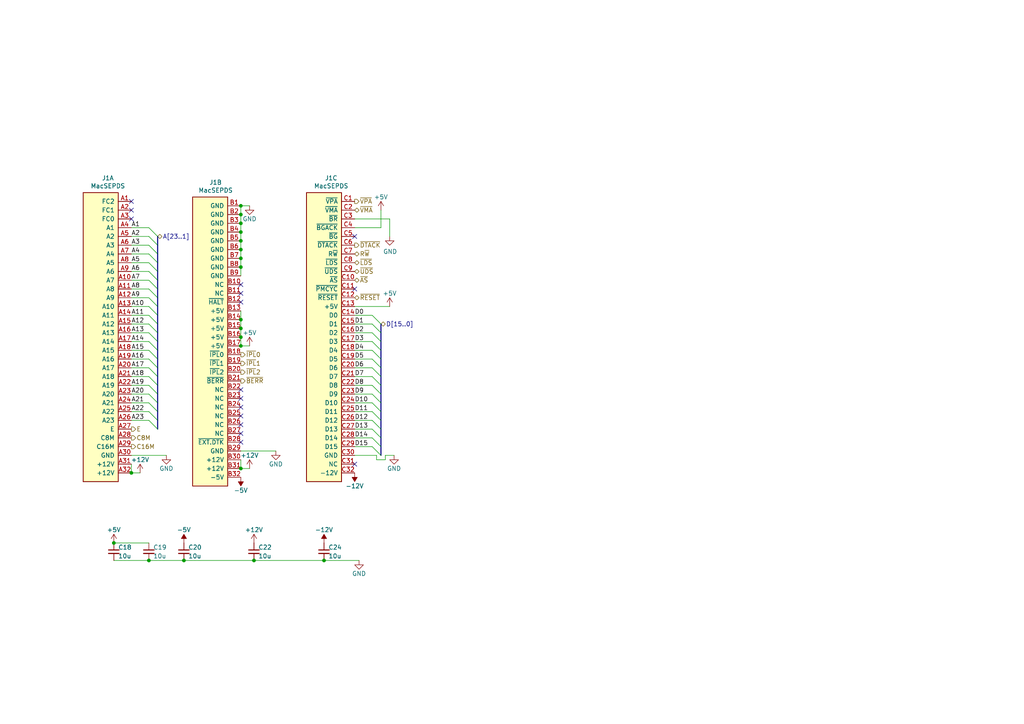
<source format=kicad_sch>
(kicad_sch (version 20211123) (generator eeschema)
  (paper "A4")
  (lib_symbols
    (symbol "Device:C_Small" (pin_numbers hide) (pin_names (offset 0.254) hide)
      (property "Reference" "C" (at 0.254 1.778 0))
      (property "Value" "C_Small" (at 0.254 -2.032 0))
      (symbol "C_Small_0_1"
        (polyline (pts (xy -1.524 -0.508) (xy 1.524 -0.508)) (stroke (width 0.3302)))
        (polyline (pts (xy -1.524 0.508) (xy 1.524 0.508)) (stroke (width 0.3048)))
      )
      (symbol "C_Small_1_1"
        (pin passive line (at 0 2.54 270) (length 2.032) (name "~") (number "1"))
        (pin passive line (at 0 -2.54 90) (length 2.032) (name "~") (number "2"))
      )
    )
    (symbol "GW_Connector:MacSEPDS" (pin_names (offset 1.016))
      (property "Reference" "J" (at 0 45.72 0))
      (property "Value" "MacSEPDS" (at 0 -40.64 0))
      (symbol "MacSEPDS_0_1"
        (rectangle (start 0 44.45) (end -10.16 -39.37) (stroke (width 0.254)) (fill (type background)))
      )
      (symbol "MacSEPDS_1_1"
        (pin unspecified line (at 3.81 41.91 180) (length 3.81) (name "FC2") (number "A1"))
        (pin unspecified line (at 3.81 19.05 180) (length 3.81) (name "A7") (number "A10"))
        (pin unspecified line (at 3.81 16.51 180) (length 3.81) (name "A8") (number "A11"))
        (pin unspecified line (at 3.81 13.97 180) (length 3.81) (name "A9") (number "A12"))
        (pin unspecified line (at 3.81 11.43 180) (length 3.81) (name "A10") (number "A13"))
        (pin unspecified line (at 3.81 8.89 180) (length 3.81) (name "A11") (number "A14"))
        (pin unspecified line (at 3.81 6.35 180) (length 3.81) (name "A12") (number "A15"))
        (pin unspecified line (at 3.81 3.81 180) (length 3.81) (name "A13") (number "A16"))
        (pin unspecified line (at 3.81 1.27 180) (length 3.81) (name "A14") (number "A17"))
        (pin unspecified line (at 3.81 -1.27 180) (length 3.81) (name "A15") (number "A18"))
        (pin unspecified line (at 3.81 -3.81 180) (length 3.81) (name "A16") (number "A19"))
        (pin unspecified line (at 3.81 39.37 180) (length 3.81) (name "FC1") (number "A2"))
        (pin unspecified line (at 3.81 -6.35 180) (length 3.81) (name "A17") (number "A20"))
        (pin unspecified line (at 3.81 -8.89 180) (length 3.81) (name "A18") (number "A21"))
        (pin unspecified line (at 3.81 -11.43 180) (length 3.81) (name "A19") (number "A22"))
        (pin unspecified line (at 3.81 -13.97 180) (length 3.81) (name "A20") (number "A23"))
        (pin unspecified line (at 3.81 -16.51 180) (length 3.81) (name "A21") (number "A24"))
        (pin unspecified line (at 3.81 -19.05 180) (length 3.81) (name "A22") (number "A25"))
        (pin unspecified line (at 3.81 -21.59 180) (length 3.81) (name "A23") (number "A26"))
        (pin unspecified line (at 3.81 -24.13 180) (length 3.81) (name "E") (number "A27"))
        (pin unspecified line (at 3.81 -26.67 180) (length 3.81) (name "C8M") (number "A28"))
        (pin unspecified line (at 3.81 -29.21 180) (length 3.81) (name "C16M") (number "A29"))
        (pin unspecified line (at 3.81 36.83 180) (length 3.81) (name "FC0") (number "A3"))
        (pin unspecified line (at 3.81 -31.75 180) (length 3.81) (name "GND") (number "A30"))
        (pin unspecified line (at 3.81 -34.29 180) (length 3.81) (name "+12V") (number "A31"))
        (pin unspecified line (at 3.81 -36.83 180) (length 3.81) (name "+12V") (number "A32"))
        (pin unspecified line (at 3.81 34.29 180) (length 3.81) (name "A1") (number "A4"))
        (pin unspecified line (at 3.81 31.75 180) (length 3.81) (name "A2") (number "A5"))
        (pin unspecified line (at 3.81 29.21 180) (length 3.81) (name "A3") (number "A6"))
        (pin unspecified line (at 3.81 26.67 180) (length 3.81) (name "A4") (number "A7"))
        (pin unspecified line (at 3.81 24.13 180) (length 3.81) (name "A5") (number "A8"))
        (pin unspecified line (at 3.81 21.59 180) (length 3.81) (name "A6") (number "A9"))
      )
      (symbol "MacSEPDS_2_1"
        (pin unspecified line (at 3.81 41.91 180) (length 3.81) (name "GND") (number "B1"))
        (pin unspecified line (at 3.81 19.05 180) (length 3.81) (name "NC") (number "B10"))
        (pin unspecified line (at 3.81 16.51 180) (length 3.81) (name "NC") (number "B11"))
        (pin unspecified line (at 3.81 13.97 180) (length 3.81) (name "~{HALT}") (number "B12"))
        (pin unspecified line (at 3.81 11.43 180) (length 3.81) (name "+5V") (number "B13"))
        (pin unspecified line (at 3.81 8.89 180) (length 3.81) (name "+5V") (number "B14"))
        (pin unspecified line (at 3.81 6.35 180) (length 3.81) (name "+5V") (number "B15"))
        (pin unspecified line (at 3.81 3.81 180) (length 3.81) (name "+5V") (number "B16"))
        (pin unspecified line (at 3.81 1.27 180) (length 3.81) (name "+5V") (number "B17"))
        (pin unspecified line (at 3.81 -1.27 180) (length 3.81) (name "~{IPL}0") (number "B18"))
        (pin unspecified line (at 3.81 -3.81 180) (length 3.81) (name "~{IPL}1") (number "B19"))
        (pin unspecified line (at 3.81 39.37 180) (length 3.81) (name "GND") (number "B2"))
        (pin unspecified line (at 3.81 -6.35 180) (length 3.81) (name "~{IPL}2") (number "B20"))
        (pin unspecified line (at 3.81 -8.89 180) (length 3.81) (name "~{BERR}") (number "B21"))
        (pin unspecified line (at 3.81 -11.43 180) (length 3.81) (name "NC") (number "B22"))
        (pin unspecified line (at 3.81 -13.97 180) (length 3.81) (name "NC") (number "B23"))
        (pin unspecified line (at 3.81 -16.51 180) (length 3.81) (name "NC") (number "B24"))
        (pin unspecified line (at 3.81 -19.05 180) (length 3.81) (name "NC") (number "B25"))
        (pin unspecified line (at 3.81 -21.59 180) (length 3.81) (name "NC") (number "B26"))
        (pin unspecified line (at 3.81 -24.13 180) (length 3.81) (name "NC") (number "B27"))
        (pin unspecified line (at 3.81 -26.67 180) (length 3.81) (name "~{EXT.DTK}") (number "B28"))
        (pin unspecified line (at 3.81 -29.21 180) (length 3.81) (name "GND") (number "B29"))
        (pin unspecified line (at 3.81 36.83 180) (length 3.81) (name "GND") (number "B3"))
        (pin unspecified line (at 3.81 -31.75 180) (length 3.81) (name "+12V") (number "B30"))
        (pin unspecified line (at 3.81 -34.29 180) (length 3.81) (name "+12V") (number "B31"))
        (pin unspecified line (at 3.81 -36.83 180) (length 3.81) (name "-5V") (number "B32"))
        (pin unspecified line (at 3.81 34.29 180) (length 3.81) (name "GND") (number "B4"))
        (pin unspecified line (at 3.81 31.75 180) (length 3.81) (name "GND") (number "B5"))
        (pin unspecified line (at 3.81 29.21 180) (length 3.81) (name "GND") (number "B6"))
        (pin unspecified line (at 3.81 26.67 180) (length 3.81) (name "GND") (number "B7"))
        (pin unspecified line (at 3.81 24.13 180) (length 3.81) (name "GND") (number "B8"))
        (pin unspecified line (at 3.81 21.59 180) (length 3.81) (name "GND") (number "B9"))
      )
      (symbol "MacSEPDS_3_1"
        (pin unspecified line (at 3.81 41.91 180) (length 3.81) (name "~{VPA}") (number "C1"))
        (pin unspecified line (at 3.81 19.05 180) (length 3.81) (name "~{AS}") (number "C10"))
        (pin unspecified line (at 3.81 16.51 180) (length 3.81) (name "~{PMCYC}") (number "C11"))
        (pin unspecified line (at 3.81 13.97 180) (length 3.81) (name "~{RESET}") (number "C12"))
        (pin unspecified line (at 3.81 11.43 180) (length 3.81) (name "+5V") (number "C13"))
        (pin unspecified line (at 3.81 8.89 180) (length 3.81) (name "D0") (number "C14"))
        (pin unspecified line (at 3.81 6.35 180) (length 3.81) (name "D1") (number "C15"))
        (pin unspecified line (at 3.81 3.81 180) (length 3.81) (name "D2") (number "C16"))
        (pin unspecified line (at 3.81 1.27 180) (length 3.81) (name "D3") (number "C17"))
        (pin unspecified line (at 3.81 -1.27 180) (length 3.81) (name "D4") (number "C18"))
        (pin unspecified line (at 3.81 -3.81 180) (length 3.81) (name "D5") (number "C19"))
        (pin unspecified line (at 3.81 39.37 180) (length 3.81) (name "~{VMA}") (number "C2"))
        (pin unspecified line (at 3.81 -6.35 180) (length 3.81) (name "D6") (number "C20"))
        (pin unspecified line (at 3.81 -8.89 180) (length 3.81) (name "D7") (number "C21"))
        (pin unspecified line (at 3.81 -11.43 180) (length 3.81) (name "D8") (number "C22"))
        (pin unspecified line (at 3.81 -13.97 180) (length 3.81) (name "D9") (number "C23"))
        (pin unspecified line (at 3.81 -16.51 180) (length 3.81) (name "D10") (number "C24"))
        (pin unspecified line (at 3.81 -19.05 180) (length 3.81) (name "D11") (number "C25"))
        (pin unspecified line (at 3.81 -21.59 180) (length 3.81) (name "D12") (number "C26"))
        (pin unspecified line (at 3.81 -24.13 180) (length 3.81) (name "D13") (number "C27"))
        (pin unspecified line (at 3.81 -26.67 180) (length 3.81) (name "D14") (number "C28"))
        (pin unspecified line (at 3.81 -29.21 180) (length 3.81) (name "D15") (number "C29"))
        (pin unspecified line (at 3.81 36.83 180) (length 3.81) (name "~{BR}") (number "C3"))
        (pin unspecified line (at 3.81 -31.75 180) (length 3.81) (name "GND") (number "C30"))
        (pin unspecified line (at 3.81 -34.29 180) (length 3.81) (name "NC") (number "C31"))
        (pin unspecified line (at 3.81 -36.83 180) (length 3.81) (name "-12V") (number "C32"))
        (pin unspecified line (at 3.81 34.29 180) (length 3.81) (name "~{BGACK}") (number "C4"))
        (pin unspecified line (at 3.81 31.75 180) (length 3.81) (name "~{BG}") (number "C5"))
        (pin unspecified line (at 3.81 29.21 180) (length 3.81) (name "~{DTACK}") (number "C6"))
        (pin unspecified line (at 3.81 26.67 180) (length 3.81) (name "R~{W}") (number "C7"))
        (pin unspecified line (at 3.81 24.13 180) (length 3.81) (name "~{LDS}") (number "C8"))
        (pin unspecified line (at 3.81 21.59 180) (length 3.81) (name "~{UDS}") (number "C9"))
      )
    )
    (symbol "power:+12V" (power) (pin_names (offset 0))
      (property "Value" "+12V" (at 0 3.556 0))
      (symbol "+12V_0_1"
        (polyline (pts (xy -0.762 1.27) (xy 0 2.54)))
        (polyline (pts (xy 0 0) (xy 0 2.54)))
        (polyline (pts (xy 0 2.54) (xy 0.762 1.27)))
      )
      (symbol "+12V_1_1"
        (pin power_in line (at 0 0 90) (length 0) hide (name "+12V") (number "1"))
      )
    )
    (symbol "power:+5V" (power) (pin_names (offset 0))
      (property "Value" "+5V" (at 0 3.556 0))
      (symbol "+5V_0_1"
        (polyline (pts (xy -0.762 1.27) (xy 0 2.54)))
        (polyline (pts (xy 0 0) (xy 0 2.54)))
        (polyline (pts (xy 0 2.54) (xy 0.762 1.27)))
      )
      (symbol "+5V_1_1"
        (pin power_in line (at 0 0 90) (length 0) hide (name "+5V") (number "1"))
      )
    )
    (symbol "power:-12V" (power) (pin_names (offset 0))
      (property "Value" "-12V" (at 0 3.81 0))
      (symbol "-12V_0_0"
        (pin power_in line (at 0 0 90) (length 0) hide (name "-12V") (number "1"))
      )
      (symbol "-12V_0_1"
        (polyline (pts (xy 0 0) (xy 0 1.27) (xy 0.762 1.27) (xy 0 2.54) (xy -0.762 1.27) (xy 0 1.27)) (fill (type outline)))
      )
    )
    (symbol "power:-5V" (power) (pin_names (offset 0))
      (property "Value" "-5V" (at 0 3.81 0))
      (symbol "-5V_0_0"
        (pin power_in line (at 0 0 90) (length 0) hide (name "-5V") (number "1"))
      )
      (symbol "-5V_0_1"
        (polyline (pts (xy 0 0) (xy 0 1.27) (xy 0.762 1.27) (xy 0 2.54) (xy -0.762 1.27) (xy 0 1.27)) (fill (type outline)))
      )
    )
    (symbol "power:GND" (power) (pin_names (offset 0))
      (property "Value" "GND" (at 0 -3.81 0))
      (symbol "GND_0_1"
        (polyline (pts (xy 0 0) (xy 0 -1.27) (xy 1.27 -1.27) (xy 0 -2.54) (xy -1.27 -1.27) (xy 0 -1.27)))
      )
      (symbol "GND_1_1"
        (pin power_in line (at 0 0 270) (length 0) hide (name "GND") (number "1"))
      )
    )
  )
  (junction (at 69.85 92.71))
  (junction (at 69.85 59.69))
  (junction (at 69.85 62.23))
  (junction (at 69.85 69.85))
  (junction (at 33.02 157.48))
  (junction (at 69.85 100.33))
  (junction (at 69.85 135.89))
  (junction (at 69.85 95.25))
  (junction (at 93.98 162.56))
  (junction (at 69.85 67.31))
  (junction (at 38.1 137.16))
  (junction (at 73.66 162.56))
  (junction (at 43.18 162.56))
  (junction (at 69.85 64.77))
  (junction (at 53.34 162.56))
  (junction (at 69.85 72.39))
  (junction (at 69.85 74.93))
  (junction (at 69.85 97.79))
  (junction (at 69.85 77.47))
  (no_connect (at 69.85 85.09))
  (no_connect (at 69.85 82.55))
  (no_connect (at 69.85 123.19))
  (no_connect (at 69.85 118.11))
  (no_connect (at 38.1 60.96))
  (no_connect (at 69.85 120.65))
  (no_connect (at 38.1 63.5))
  (no_connect (at 102.87 68.58))
  (no_connect (at 69.85 87.63))
  (no_connect (at 69.85 125.73))
  (no_connect (at 38.1 58.42))
  (no_connect (at 102.87 134.62))
  (no_connect (at 69.85 128.27))
  (no_connect (at 69.85 113.03))
  (no_connect (at 69.85 115.57))
  (no_connect (at 102.87 83.82))
  (bus_entry (at 43.18 73.66) (size 2.54 2.54))
  (bus_entry (at 107.95 121.92) (size 2.54 2.54))
  (bus_entry (at 107.95 91.44) (size 2.54 2.54))
  (bus_entry (at 107.95 119.38) (size 2.54 2.54))
  (bus_entry (at 107.95 114.3) (size 2.54 2.54))
  (bus_entry (at 43.18 68.58) (size 2.54 2.54))
  (bus_entry (at 43.18 99.06) (size 2.54 2.54))
  (bus_entry (at 107.95 111.76) (size 2.54 2.54))
  (bus_entry (at 107.95 129.54) (size 2.54 2.54))
  (bus_entry (at 43.18 76.2) (size 2.54 2.54))
  (bus_entry (at 43.18 111.76) (size 2.54 2.54))
  (bus_entry (at 43.18 83.82) (size 2.54 2.54))
  (bus_entry (at 43.18 121.92) (size 2.54 2.54))
  (bus_entry (at 107.95 127) (size 2.54 2.54))
  (bus_entry (at 43.18 78.74) (size 2.54 2.54))
  (bus_entry (at 43.18 66.04) (size 2.54 2.54))
  (bus_entry (at 43.18 91.44) (size 2.54 2.54))
  (bus_entry (at 107.95 101.6) (size 2.54 2.54))
  (bus_entry (at 43.18 114.3) (size 2.54 2.54))
  (bus_entry (at 43.18 81.28) (size 2.54 2.54))
  (bus_entry (at 43.18 71.12) (size 2.54 2.54))
  (bus_entry (at 107.95 99.06) (size 2.54 2.54))
  (bus_entry (at 107.95 93.98) (size 2.54 2.54))
  (bus_entry (at 43.18 116.84) (size 2.54 2.54))
  (bus_entry (at 107.95 106.68) (size 2.54 2.54))
  (bus_entry (at 43.18 101.6) (size 2.54 2.54))
  (bus_entry (at 43.18 104.14) (size 2.54 2.54))
  (bus_entry (at 43.18 109.22) (size 2.54 2.54))
  (bus_entry (at 107.95 96.52) (size 2.54 2.54))
  (bus_entry (at 43.18 93.98) (size 2.54 2.54))
  (bus_entry (at 107.95 109.22) (size 2.54 2.54))
  (bus_entry (at 107.95 124.46) (size 2.54 2.54))
  (bus_entry (at 43.18 86.36) (size 2.54 2.54))
  (bus_entry (at 107.95 116.84) (size 2.54 2.54))
  (bus_entry (at 43.18 96.52) (size 2.54 2.54))
  (bus_entry (at 107.95 104.14) (size 2.54 2.54))
  (bus_entry (at 43.18 119.38) (size 2.54 2.54))
  (bus_entry (at 43.18 106.68) (size 2.54 2.54))
  (bus_entry (at 43.18 88.9) (size 2.54 2.54))
  (wire (pts (xy 69.85 69.85) (xy 69.85 67.31)))
  (wire (pts (xy 38.1 109.22) (xy 43.18 109.22)))
  (bus (pts (xy 45.72 68.58) (xy 45.72 71.12)))
  (wire (pts (xy 102.87 116.84) (xy 107.95 116.84)))
  (bus (pts (xy 110.49 109.22) (xy 110.49 111.76)))
  (wire (pts (xy 40.64 137.16) (xy 38.1 137.16)))
  (bus (pts (xy 110.49 106.68) (xy 110.49 109.22)))
  (wire (pts (xy 102.87 99.06) (xy 107.95 99.06)))
  (bus (pts (xy 45.72 86.36) (xy 45.72 88.9)))
  (bus (pts (xy 45.72 121.92) (xy 45.72 124.46)))
  (wire (pts (xy 69.85 95.25) (xy 69.85 97.79)))
  (bus (pts (xy 45.72 111.76) (xy 45.72 114.3)))
  (bus (pts (xy 110.49 129.54) (xy 110.49 132.08)))
  (bus (pts (xy 45.72 71.12) (xy 45.72 73.66)))
  (wire (pts (xy 38.1 78.74) (xy 43.18 78.74)))
  (wire (pts (xy 69.85 67.31) (xy 69.85 64.77)))
  (bus (pts (xy 110.49 111.76) (xy 110.49 114.3)))
  (bus (pts (xy 45.72 76.2) (xy 45.72 78.74)))
  (wire (pts (xy 102.87 106.68) (xy 107.95 106.68)))
  (wire (pts (xy 69.85 62.23) (xy 69.85 59.69)))
  (wire (pts (xy 102.87 91.44) (xy 107.95 91.44)))
  (bus (pts (xy 110.49 114.3) (xy 110.49 116.84)))
  (wire (pts (xy 43.18 162.56) (xy 53.34 162.56)))
  (wire (pts (xy 38.1 106.68) (xy 43.18 106.68)))
  (bus (pts (xy 45.72 73.66) (xy 45.72 76.2)))
  (bus (pts (xy 45.72 114.3) (xy 45.72 116.84)))
  (bus (pts (xy 45.72 109.22) (xy 45.72 111.76)))
  (wire (pts (xy 33.02 157.48) (xy 43.18 157.48)))
  (wire (pts (xy 38.1 73.66) (xy 43.18 73.66)))
  (bus (pts (xy 45.72 96.52) (xy 45.72 99.06)))
  (wire (pts (xy 102.87 109.22) (xy 107.95 109.22)))
  (wire (pts (xy 113.03 63.5) (xy 113.03 68.58)))
  (wire (pts (xy 102.87 93.98) (xy 107.95 93.98)))
  (bus (pts (xy 45.72 78.74) (xy 45.72 81.28)))
  (wire (pts (xy 111.76 133.35) (xy 111.76 132.08)))
  (wire (pts (xy 38.1 114.3) (xy 43.18 114.3)))
  (wire (pts (xy 102.87 111.76) (xy 107.95 111.76)))
  (bus (pts (xy 45.72 101.6) (xy 45.72 104.14)))
  (wire (pts (xy 38.1 101.6) (xy 43.18 101.6)))
  (wire (pts (xy 69.85 72.39) (xy 69.85 69.85)))
  (wire (pts (xy 111.76 132.08) (xy 114.3 132.08)))
  (wire (pts (xy 38.1 66.04) (xy 43.18 66.04)))
  (wire (pts (xy 38.1 121.92) (xy 43.18 121.92)))
  (wire (pts (xy 38.1 76.2) (xy 43.18 76.2)))
  (wire (pts (xy 48.26 132.08) (xy 38.1 132.08)))
  (bus (pts (xy 110.49 96.52) (xy 110.49 99.06)))
  (wire (pts (xy 69.85 80.01) (xy 69.85 77.47)))
  (wire (pts (xy 69.85 64.77) (xy 69.85 62.23)))
  (bus (pts (xy 110.49 99.06) (xy 110.49 101.6)))
  (bus (pts (xy 45.72 99.06) (xy 45.72 101.6)))
  (bus (pts (xy 45.72 119.38) (xy 45.72 121.92)))
  (wire (pts (xy 93.98 162.56) (xy 104.14 162.56)))
  (wire (pts (xy 102.87 88.9) (xy 113.03 88.9)))
  (wire (pts (xy 102.87 132.08) (xy 109.22 132.08)))
  (wire (pts (xy 102.87 124.46) (xy 107.95 124.46)))
  (wire (pts (xy 102.87 96.52) (xy 107.95 96.52)))
  (bus (pts (xy 110.49 119.38) (xy 110.49 121.92)))
  (wire (pts (xy 102.87 63.5) (xy 113.03 63.5)))
  (wire (pts (xy 38.1 119.38) (xy 43.18 119.38)))
  (bus (pts (xy 110.49 127) (xy 110.49 129.54)))
  (wire (pts (xy 102.87 114.3) (xy 107.95 114.3)))
  (wire (pts (xy 102.87 101.6) (xy 107.95 101.6)))
  (wire (pts (xy 109.22 133.35) (xy 111.76 133.35)))
  (bus (pts (xy 45.72 83.82) (xy 45.72 86.36)))
  (bus (pts (xy 110.49 104.14) (xy 110.49 106.68)))
  (wire (pts (xy 102.87 129.54) (xy 107.95 129.54)))
  (wire (pts (xy 69.85 133.35) (xy 69.85 135.89)))
  (wire (pts (xy 38.1 91.44) (xy 43.18 91.44)))
  (bus (pts (xy 45.72 93.98) (xy 45.72 96.52)))
  (wire (pts (xy 102.87 66.04) (xy 110.49 66.04)))
  (wire (pts (xy 102.87 127) (xy 107.95 127)))
  (bus (pts (xy 110.49 124.46) (xy 110.49 127)))
  (wire (pts (xy 69.85 92.71) (xy 69.85 95.25)))
  (wire (pts (xy 38.1 116.84) (xy 43.18 116.84)))
  (wire (pts (xy 109.22 132.08) (xy 109.22 133.35)))
  (wire (pts (xy 102.87 119.38) (xy 107.95 119.38)))
  (wire (pts (xy 38.1 81.28) (xy 43.18 81.28)))
  (wire (pts (xy 69.85 77.47) (xy 69.85 74.93)))
  (bus (pts (xy 45.72 88.9) (xy 45.72 91.44)))
  (wire (pts (xy 38.1 104.14) (xy 43.18 104.14)))
  (wire (pts (xy 38.1 96.52) (xy 43.18 96.52)))
  (wire (pts (xy 38.1 111.76) (xy 43.18 111.76)))
  (bus (pts (xy 110.49 93.98) (xy 110.49 96.52)))
  (wire (pts (xy 69.85 74.93) (xy 69.85 72.39)))
  (wire (pts (xy 33.02 162.56) (xy 43.18 162.56)))
  (bus (pts (xy 45.72 104.14) (xy 45.72 106.68)))
  (wire (pts (xy 72.39 59.69) (xy 69.85 59.69)))
  (wire (pts (xy 38.1 86.36) (xy 43.18 86.36)))
  (bus (pts (xy 45.72 81.28) (xy 45.72 83.82)))
  (wire (pts (xy 38.1 68.58) (xy 43.18 68.58)))
  (wire (pts (xy 102.87 121.92) (xy 107.95 121.92)))
  (wire (pts (xy 80.01 130.81) (xy 69.85 130.81)))
  (bus (pts (xy 110.49 101.6) (xy 110.49 104.14)))
  (wire (pts (xy 69.85 97.79) (xy 69.85 100.33)))
  (wire (pts (xy 38.1 83.82) (xy 43.18 83.82)))
  (wire (pts (xy 38.1 93.98) (xy 43.18 93.98)))
  (wire (pts (xy 53.34 162.56) (xy 73.66 162.56)))
  (bus (pts (xy 110.49 116.84) (xy 110.49 119.38)))
  (wire (pts (xy 69.85 90.17) (xy 69.85 92.71)))
  (bus (pts (xy 45.72 106.68) (xy 45.72 109.22)))
  (wire (pts (xy 102.87 104.14) (xy 107.95 104.14)))
  (wire (pts (xy 38.1 71.12) (xy 43.18 71.12)))
  (bus (pts (xy 45.72 91.44) (xy 45.72 93.98)))
  (bus (pts (xy 45.72 116.84) (xy 45.72 119.38)))
  (wire (pts (xy 72.39 100.33) (xy 69.85 100.33)))
  (wire (pts (xy 72.39 135.89) (xy 69.85 135.89)))
  (wire (pts (xy 38.1 88.9) (xy 43.18 88.9)))
  (wire (pts (xy 73.66 162.56) (xy 93.98 162.56)))
  (bus (pts (xy 110.49 121.92) (xy 110.49 124.46)))
  (wire (pts (xy 110.49 66.04) (xy 110.49 60.96)))
  (wire (pts (xy 38.1 137.16) (xy 38.1 134.62)))
  (wire (pts (xy 38.1 99.06) (xy 43.18 99.06)))
  (label "A21" (at 38.1 116.84 0))
  (label "A3" (at 38.1 71.12 0))
  (label "D12" (at 102.87 121.92 0))
  (label "A11" (at 38.1 91.44 0))
  (label "D7" (at 102.87 109.22 0))
  (label "A15" (at 38.1 101.6 0))
  (label "A20" (at 38.1 114.3 0))
  (label "A16" (at 38.1 104.14 0))
  (label "D9" (at 102.87 114.3 0))
  (label "A23" (at 38.1 121.92 0))
  (label "A18" (at 38.1 109.22 0))
  (label "A7" (at 38.1 81.28 0))
  (label "D2" (at 102.87 96.52 0))
  (label "A4" (at 38.1 73.66 0))
  (label "A8" (at 38.1 83.82 0))
  (label "A22" (at 38.1 119.38 0))
  (label "D6" (at 102.87 106.68 0))
  (label "A17" (at 38.1 106.68 0))
  (label "D5" (at 102.87 104.14 0))
  (label "A14" (at 38.1 99.06 0))
  (label "D1" (at 102.87 93.98 0))
  (label "D15" (at 102.87 129.54 0))
  (label "A5" (at 38.1 76.2 0))
  (label "D0" (at 102.87 91.44 0))
  (label "A6" (at 38.1 78.74 0))
  (label "A10" (at 38.1 88.9 0))
  (label "D14" (at 102.87 127 0))
  (label "A9" (at 38.1 86.36 0))
  (label "D8" (at 102.87 111.76 0))
  (label "A13" (at 38.1 96.52 0))
  (label "D3" (at 102.87 99.06 0))
  (label "D4" (at 102.87 101.6 0))
  (label "D10" (at 102.87 116.84 0))
  (label "A1" (at 38.1 66.04 0))
  (label "A12" (at 38.1 93.98 0))
  (label "D13" (at 102.87 124.46 0))
  (label "A19" (at 38.1 111.76 0))
  (label "D11" (at 102.87 119.38 0))
  (label "A2" (at 38.1 68.58 0))
  (hierarchical_label "E" (shape output) (at 38.1 124.46 0))
  (hierarchical_label "~{IPL}2" (shape output) (at 69.85 107.95 0))
  (hierarchical_label "C8M" (shape output) (at 38.1 127 0))
  (hierarchical_label "R~{W}" (shape bidirectional) (at 102.87 73.66 0))
  (hierarchical_label "~{AS}" (shape bidirectional) (at 102.87 81.28 0))
  (hierarchical_label "~{VMA}" (shape bidirectional) (at 102.87 60.96 0))
  (hierarchical_label "~{IPL}1" (shape output) (at 69.85 105.41 0))
  (hierarchical_label "~{UDS}" (shape bidirectional) (at 102.87 78.74 0))
  (hierarchical_label "~{RESET}" (shape bidirectional) (at 102.87 86.36 0))
  (hierarchical_label "A[23..1]" (shape bidirectional) (at 45.72 68.58 0))
  (hierarchical_label "C16M" (shape output) (at 38.1 129.54 0))
  (hierarchical_label "D[15..0]" (shape bidirectional) (at 110.49 93.98 0))
  (hierarchical_label "~{BERR}" (shape output) (at 69.85 110.49 0))
  (hierarchical_label "~{IPL}0" (shape output) (at 69.85 102.87 0))
  (hierarchical_label "~{DTACK}" (shape output) (at 102.87 71.12 0))
  (hierarchical_label "~{VPA}" (shape output) (at 102.87 58.42 0))
  (hierarchical_label "~{LDS}" (shape bidirectional) (at 102.87 76.2 0))
  (symbol (lib_id "GW_Connector:MacSEPDS") (at 34.29 100.33 0) (unit 1)
    (property "Reference" "J1" (at 31.2928 51.6382 0))
    (property "Value" "MacSEPDS" (at 31.2928 53.9496 0))
    (property "Footprint" "stdpads:DIN41612_R_3x32_Male_Vertical_THT" (effects hide))
  )
  (symbol (lib_id "GW_Connector:MacSEPDS") (at 66.04 101.6 0) (unit 2)
    (property "Reference" "J1" (at 62.5348 52.9082 0))
    (property "Value" "MacSEPDS" (at 62.5348 55.2196 0))
    (property "Footprint" "stdpads:DIN41612_R_3x32_Male_Vertical_THT" (effects hide))
  )
  (symbol (lib_id "GW_Connector:MacSEPDS") (at 99.06 100.33 0) (unit 3)
    (property "Reference" "J1" (at 96.0628 51.6382 0))
    (property "Value" "MacSEPDS" (at 96.0628 53.9496 0))
    (property "Footprint" "stdpads:DIN41612_R_3x32_Male_Vertical_THT" (effects hide))
  )
  (symbol (lib_id "power:+5V") (at 72.39 100.33 0) (unit 1)
    (property "Reference" "#PWR0143" (effects hide))
    (property "Value" "+5V" (at 72.39 96.52 0))
  )
  (symbol (lib_id "power:GND") (at 72.39 59.69 0) (unit 1)
    (property "Reference" "#PWR0144" (effects hide))
    (property "Value" "GND" (at 72.39 63.5 0))
  )
  (symbol (lib_id "power:GND") (at 114.3 132.08 0) (unit 1)
    (property "Reference" "#PWR0146" (effects hide))
    (property "Value" "GND" (at 114.3 135.89 0))
  )
  (symbol (lib_id "power:GND") (at 48.26 132.08 0) (unit 1)
    (property "Reference" "#PWR0147" (effects hide))
    (property "Value" "GND" (at 48.26 135.89 0))
  )
  (symbol (lib_id "power:+5V") (at 113.03 88.9 0) (unit 1)
    (property "Reference" "#PWR0148" (effects hide))
    (property "Value" "+5V" (at 113.03 85.09 0))
  )
  (symbol (lib_id "power:GND") (at 80.01 130.81 0) (unit 1)
    (property "Reference" "#PWR0149" (effects hide))
    (property "Value" "GND" (at 80.01 134.62 0))
  )
  (symbol (lib_id "Device:C_Small") (at 53.34 160.02 0) (unit 1)
    (property "Reference" "C20" (at 54.61 158.75 0) (effects (justify left)))
    (property "Value" "10u" (at 54.61 161.29 0) (effects (justify left)))
    (property "Footprint" "stdpads:C_0805" (effects hide))
    (property "LCSC Part" "C15850" (effects hide))
  )
  (symbol (lib_id "Device:C_Small") (at 43.18 160.02 0) (unit 1)
    (property "Reference" "C19" (at 44.45 158.75 0) (effects (justify left)))
    (property "Value" "10u" (at 44.45 161.29 0) (effects (justify left)))
    (property "Footprint" "stdpads:C_0805" (effects hide))
    (property "LCSC Part" "C15850" (effects hide))
  )
  (symbol (lib_id "Device:C_Small") (at 73.66 160.02 0) (unit 1)
    (property "Reference" "C22" (at 74.93 158.75 0) (effects (justify left)))
    (property "Value" "10u" (at 74.93 161.29 0) (effects (justify left)))
    (property "Footprint" "stdpads:C_0805" (effects hide))
    (property "LCSC Part" "C15850" (effects hide))
  )
  (symbol (lib_id "Device:C_Small") (at 33.02 160.02 0) (unit 1)
    (property "Reference" "C18" (at 34.29 158.75 0) (effects (justify left)))
    (property "Value" "10u" (at 34.29 161.29 0) (effects (justify left)))
    (property "Footprint" "stdpads:C_0805" (effects hide))
    (property "LCSC Part" "C15850" (effects hide))
  )
  (symbol (lib_id "power:+5V") (at 33.02 157.48 0) (unit 1)
    (property "Reference" "#PWR0151" (effects hide))
    (property "Value" "+5V" (at 33.02 153.67 0))
  )
  (symbol (lib_id "power:+12V") (at 73.66 157.48 0) (unit 1)
    (property "Reference" "#PWR0155" (effects hide))
    (property "Value" "+12V" (at 73.66 153.67 0))
  )
  (symbol (lib_id "power:-12V") (at 93.98 157.48 0) (unit 1)
    (property "Reference" "#PWR0152" (effects hide))
    (property "Value" "-12V" (at 93.98 153.67 0))
  )
  (symbol (lib_id "power:GND") (at 104.14 162.56 0) (mirror y) (unit 1)
    (property "Reference" "#PWR0153" (effects hide))
    (property "Value" "GND" (at 104.14 166.37 0))
  )
  (symbol (lib_id "Device:C_Small") (at 93.98 160.02 0) (unit 1)
    (property "Reference" "C24" (at 95.25 158.75 0) (effects (justify left)))
    (property "Value" "10u" (at 95.25 161.29 0) (effects (justify left)))
    (property "Footprint" "stdpads:C_0805" (effects hide))
    (property "LCSC Part" "C15850" (effects hide))
  )
  (symbol (lib_id "power:-5V") (at 53.34 157.48 0) (unit 1)
    (property "Reference" "#PWR0154" (effects hide))
    (property "Value" "-5V" (at 53.34 153.67 0))
  )
  (symbol (lib_id "power:GND") (at 113.03 68.58 0) (unit 1)
    (property "Reference" "#PWR0156" (effects hide))
    (property "Value" "GND" (at 113.157 72.9742 0))
  )
  (symbol (lib_id "power:+5V") (at 110.49 60.96 0) (unit 1)
    (property "Reference" "#PWR0157" (effects hide))
    (property "Value" "+5V" (at 110.49 57.15 0))
  )
  (symbol (lib_id "power:-5V") (at 69.85 138.43 180) (unit 1)
    (property "Reference" "#PWR0109" (effects hide))
    (property "Value" "-5V" (at 69.85 142.24 0))
  )
  (symbol (lib_id "power:+12V") (at 40.64 137.16 0) (unit 1)
    (property "Reference" "#PWR0110" (effects hide))
    (property "Value" "+12V" (at 40.64 133.35 0))
  )
  (symbol (lib_id "power:+12V") (at 72.39 135.89 0) (unit 1)
    (property "Reference" "#PWR0111" (effects hide))
    (property "Value" "+12V" (at 72.39 132.08 0))
  )
  (symbol (lib_id "power:-12V") (at 102.87 137.16 180) (unit 1)
    (property "Reference" "#PWR0112" (effects hide))
    (property "Value" "-12V" (at 102.87 140.97 0))
  )
)
</source>
